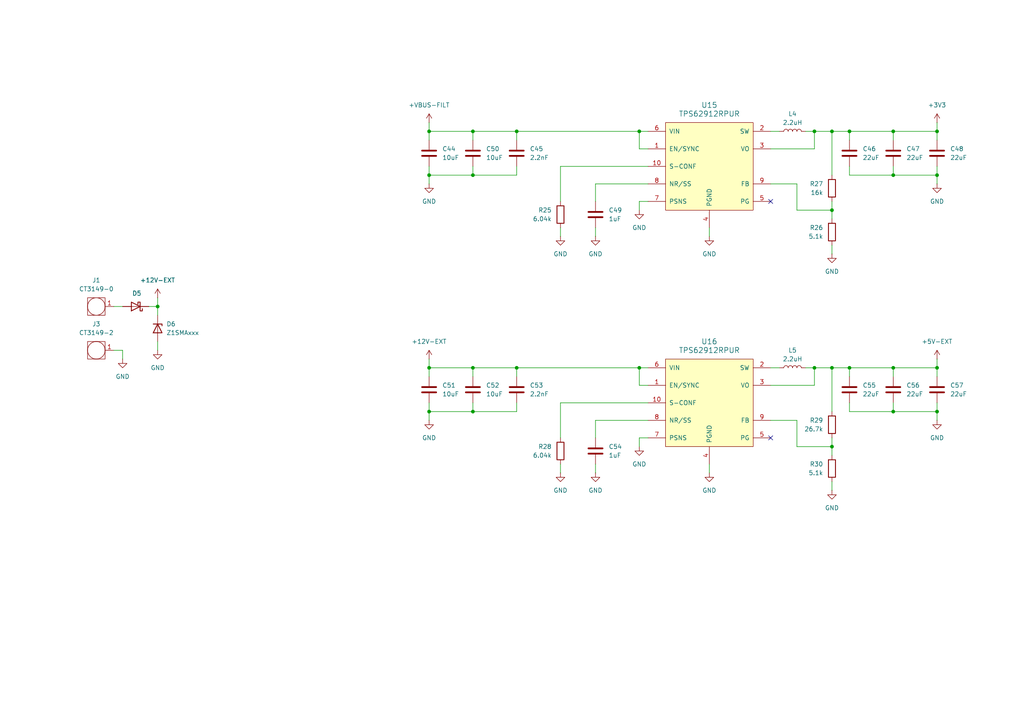
<source format=kicad_sch>
(kicad_sch (version 20231120) (generator "eeschema") (generator_version "8.0")
  (paper "A4")
  (lib_symbols
    (symbol "CT3149-2_1" (pin_names (offset 1.016))
      (property "Reference" "J" (at 0 0 0))
      (property "Value" "CT3149-2" (at 0 0 0))
      (symbol "CT3149-2_1_0_1"
        (rectangle (start 0 0) (end 5.08 5.08))
        (circle (center 2.54 2.54) (radius 2.54))
      )
      (symbol "CT3149-2_1_1_1"
        (pin passive line (at 7.62 2.54 180) (length 2.54) (name "") (number "1"))
      )
    )
    (symbol "Device:C" (pin_numbers hide) (pin_names (offset 0.254))
      (property "Reference" "C" (at 0.635 2.54 0))
      (property "Value" "C" (at 0.635 -2.54 0))
      (symbol "C_0_1"
        (polyline (pts (xy -2.032 -0.762) (xy 2.032 -0.762)) (stroke (width 0.508)))
        (polyline (pts (xy -2.032 0.762) (xy 2.032 0.762)) (stroke (width 0.508)))
      )
      (symbol "C_1_1"
        (pin passive line (at 0 3.81 270) (length 2.794) (name "~") (number "1"))
        (pin passive line (at 0 -3.81 90) (length 2.794) (name "~") (number "2"))
      )
    )
    (symbol "Device:D_Schottky" (pin_numbers hide) (pin_names (offset 1.016) hide)
      (property "Reference" "D" (at 0 2.54 0))
      (property "Value" "D_Schottky" (at 0 -2.54 0))
      (symbol "D_Schottky_0_1"
        (polyline (pts (xy 1.27 0) (xy -1.27 0)))
        (polyline (pts (xy 1.27 1.27) (xy 1.27 -1.27) (xy -1.27 0) (xy 1.27 1.27)) (stroke (width 0.254)))
        (polyline (pts (xy -1.905 0.635) (xy -1.905 1.27) (xy -1.27 1.27) (xy -1.27 -1.27) (xy -0.635 -1.27) (xy -0.635 -0.635)) (stroke (width 0.254)))
      )
      (symbol "D_Schottky_1_1"
        (pin passive line (at -3.81 0 0) (length 2.54) (name "K") (number "1"))
        (pin passive line (at 3.81 0 180) (length 2.54) (name "A") (number "2"))
      )
    )
    (symbol "Device:L" (pin_numbers hide) (pin_names (offset 1.016) hide)
      (property "Reference" "L" (at -1.27 0 90))
      (property "Value" "L" (at 1.905 0 90))
      (symbol "L_0_1"
        (arc (start 0 -2.54) (mid 0.6323 -1.905) (end 0 -1.27))
        (arc (start 0 -1.27) (mid 0.6323 -0.635) (end 0 0))
        (arc (start 0 0) (mid 0.6323 0.635) (end 0 1.27))
        (arc (start 0 1.27) (mid 0.6323 1.905) (end 0 2.54))
      )
      (symbol "L_1_1"
        (pin passive line (at 0 3.81 270) (length 1.27) (name "1") (number "1"))
        (pin passive line (at 0 -3.81 90) (length 1.27) (name "2") (number "2"))
      )
    )
    (symbol "Device:R" (pin_numbers hide) (pin_names (offset 0))
      (property "Reference" "R" (at 2.032 0 90))
      (property "Value" "R" (at 0 0 90))
      (symbol "R_0_1"
        (rectangle (start -1.016 -2.54) (end 1.016 2.54) (stroke (width 0.254)))
      )
      (symbol "R_1_1"
        (pin passive line (at 0 3.81 270) (length 1.27) (name "~") (number "1"))
        (pin passive line (at 0 -3.81 90) (length 1.27) (name "~") (number "2"))
      )
    )
    (symbol "Diode:Z1SMAxxx" (pin_numbers hide) (pin_names hide)
      (property "Reference" "D" (at 0 2.54 0))
      (property "Value" "Z1SMAxxx" (at 0 -2.54 0))
      (symbol "Z1SMAxxx_0_1"
        (polyline (pts (xy 1.27 0) (xy -1.27 0)))
        (polyline (pts (xy -1.27 -1.27) (xy -1.27 1.27) (xy -0.762 1.27)) (stroke (width 0.254)))
        (polyline (pts (xy 1.27 -1.27) (xy 1.27 1.27) (xy -1.27 0) (xy 1.27 -1.27)) (stroke (width 0.254)))
      )
      (symbol "Z1SMAxxx_1_1"
        (pin passive line (at -3.81 0 0) (length 2.54) (name "K") (number "1"))
        (pin passive line (at 3.81 0 180) (length 2.54) (name "A") (number "2"))
      )
    )
    (symbol "power:+5V" (power) (pin_numbers hide) (pin_names (offset 0) hide)
      (property "Value" "+5V" (at 0 3.556 0))
      (symbol "+5V_0_1"
        (polyline (pts (xy -0.762 1.27) (xy 0 2.54)))
        (polyline (pts (xy 0 0) (xy 0 2.54)))
        (polyline (pts (xy 0 2.54) (xy 0.762 1.27)))
      )
      (symbol "+5V_1_1"
        (pin power_in line (at 0 0 90) (length 0) (name "~") (number "1"))
      )
    )
    (symbol "power:GND" (power) (pin_numbers hide) (pin_names (offset 0) hide)
      (property "Value" "GND" (at 0 -3.81 0))
      (symbol "GND_0_1"
        (polyline (pts (xy 0 0) (xy 0 -1.27) (xy 1.27 -1.27) (xy 0 -2.54) (xy -1.27 -1.27) (xy 0 -1.27)))
      )
      (symbol "GND_1_1"
        (pin power_in line (at 0 0 270) (length 0) (name "~") (number "1"))
      )
    )
    (symbol "reck-connectors:CT3149-0" (pin_names (offset 1.016))
      (property "Reference" "J" (at 0 0 0))
      (property "Value" "CT3149-0" (at 0 0 0))
      (symbol "CT3149-0_0_1"
        (rectangle (start 0 0) (end 5.08 5.08))
        (circle (center 2.54 2.54) (radius 2.54))
      )
      (symbol "CT3149-0_1_1"
        (pin passive line (at 7.62 2.54 180) (length 2.54) (name "") (number "1"))
      )
    )
    (symbol "reck-ics:TPS62912RPUR" (pin_names (offset 1.016))
      (property "Reference" "U" (at 0 2.54 0))
      (property "Value" "TPS62912RPUR" (at -2.54 7.62 0))
      (symbol "TPS62912RPUR_0_1"
        (pin power_in line (at 17.78 -25.4 90) (length 5.08) (name "PGND") (number "4"))
        (pin power_in line (at 0 2.54 0) (length 5.08) (name "VIN") (number "6"))
      )
      (symbol "TPS62912RPUR_1_1"
        (rectangle (start 5.08 5.08) (end 30.48 -20.32) (fill (type background)))
        (pin input line (at 0 -2.54 0) (length 5.08) (name "EN/SYNC") (number "1"))
        (pin output line (at 0 -7.62 0) (length 5.08) (name "S-CONF") (number "10"))
        (pin bidirectional line (at 35.56 2.54 180) (length 5.08) (name "SW") (number "2"))
        (pin input line (at 35.56 -2.54 180) (length 5.08) (name "VO") (number "3"))
        (pin output line (at 35.56 -17.78 180) (length 5.08) (name "PG") (number "5"))
        (pin input line (at 0 -17.78 0) (length 5.08) (name "PSNS") (number "7"))
        (pin output line (at 0 -12.7 0) (length 5.08) (name "NR/SS") (number "8"))
        (pin input line (at 35.56 -12.7 180) (length 5.08) (name "FB") (number "9"))
      )
    )
  )
  (junction (at 124.46 50.8))
  (junction (at 137.16 50.8))
  (junction (at 236.22 38.1))
  (junction (at 124.46 119.38))
  (junction (at 259.08 119.38))
  (junction (at 236.22 106.68))
  (junction (at 259.08 50.8))
  (junction (at 45.72 88.9))
  (junction (at 259.08 38.1))
  (junction (at 271.78 38.1))
  (junction (at 259.08 106.68))
  (junction (at 271.78 106.68))
  (junction (at 124.46 38.1))
  (junction (at 149.86 106.68))
  (junction (at 246.38 106.68))
  (junction (at 241.3 38.1))
  (junction (at 124.46 106.68))
  (junction (at 137.16 119.38))
  (junction (at 246.38 38.1))
  (junction (at 271.78 50.8))
  (junction (at 271.78 119.38))
  (junction (at 185.42 106.68))
  (junction (at 241.3 129.54))
  (junction (at 149.86 38.1))
  (junction (at 241.3 60.96))
  (junction (at 137.16 106.68))
  (junction (at 137.16 38.1))
  (junction (at 241.3 106.68))
  (junction (at 185.42 38.1))
  (no_connect (at 223.52 58.42))
  (no_connect (at 223.52 127))
  (wire (pts (xy 241.3 58.42) (xy 241.3 60.96)))
  (wire (pts (xy 271.78 119.38) (xy 271.78 121.92)))
  (wire (pts (xy 172.72 121.92) (xy 187.96 121.92)))
  (wire (pts (xy 236.22 106.68) (xy 241.3 106.68)))
  (wire (pts (xy 241.3 139.7) (xy 241.3 142.24)))
  (wire (pts (xy 223.52 106.68) (xy 226.06 106.68)))
  (wire (pts (xy 271.78 104.14) (xy 271.78 106.68)))
  (wire (pts (xy 205.74 66.04) (xy 205.74 68.58)))
  (wire (pts (xy 124.46 50.8) (xy 124.46 53.34)))
  (wire (pts (xy 231.14 53.34) (xy 231.14 60.96)))
  (wire (pts (xy 124.46 38.1) (xy 137.16 38.1)))
  (wire (pts (xy 137.16 116.84) (xy 137.16 119.38)))
  (wire (pts (xy 162.56 116.84) (xy 187.96 116.84)))
  (wire (pts (xy 149.86 106.68) (xy 185.42 106.68)))
  (wire (pts (xy 124.46 109.22) (xy 124.46 106.68)))
  (wire (pts (xy 172.72 53.34) (xy 187.96 53.34)))
  (wire (pts (xy 172.72 127) (xy 172.72 121.92)))
  (wire (pts (xy 187.96 58.42) (xy 185.42 58.42)))
  (wire (pts (xy 162.56 66.04) (xy 162.56 68.58)))
  (wire (pts (xy 45.72 99.06) (xy 45.72 101.6)))
  (wire (pts (xy 162.56 127) (xy 162.56 116.84)))
  (wire (pts (xy 246.38 106.68) (xy 259.08 106.68)))
  (wire (pts (xy 241.3 38.1) (xy 241.3 50.8)))
  (wire (pts (xy 137.16 106.68) (xy 137.16 109.22)))
  (wire (pts (xy 241.3 60.96) (xy 241.3 63.5)))
  (wire (pts (xy 236.22 106.68) (xy 233.68 106.68)))
  (wire (pts (xy 43.18 88.9) (xy 45.72 88.9)))
  (wire (pts (xy 124.46 119.38) (xy 137.16 119.38)))
  (wire (pts (xy 271.78 109.22) (xy 271.78 106.68)))
  (wire (pts (xy 271.78 48.26) (xy 271.78 50.8)))
  (wire (pts (xy 137.16 106.68) (xy 149.86 106.68)))
  (wire (pts (xy 187.96 43.18) (xy 185.42 43.18)))
  (wire (pts (xy 187.96 127) (xy 185.42 127)))
  (wire (pts (xy 124.46 40.64) (xy 124.46 38.1)))
  (wire (pts (xy 149.86 50.8) (xy 149.86 48.26)))
  (wire (pts (xy 259.08 106.68) (xy 271.78 106.68)))
  (wire (pts (xy 185.42 58.42) (xy 185.42 60.96)))
  (wire (pts (xy 259.08 119.38) (xy 271.78 119.38)))
  (wire (pts (xy 124.46 35.56) (xy 124.46 38.1)))
  (wire (pts (xy 172.72 58.42) (xy 172.72 53.34)))
  (wire (pts (xy 231.14 129.54) (xy 241.3 129.54)))
  (wire (pts (xy 185.42 127) (xy 185.42 129.54)))
  (wire (pts (xy 149.86 38.1) (xy 149.86 40.64)))
  (wire (pts (xy 149.86 106.68) (xy 149.86 109.22)))
  (wire (pts (xy 231.14 121.92) (xy 231.14 129.54)))
  (wire (pts (xy 149.86 38.1) (xy 185.42 38.1)))
  (wire (pts (xy 241.3 106.68) (xy 246.38 106.68)))
  (wire (pts (xy 137.16 48.26) (xy 137.16 50.8)))
  (wire (pts (xy 271.78 50.8) (xy 271.78 53.34)))
  (wire (pts (xy 162.56 58.42) (xy 162.56 48.26)))
  (wire (pts (xy 241.3 127) (xy 241.3 129.54)))
  (wire (pts (xy 236.22 111.76) (xy 236.22 106.68)))
  (wire (pts (xy 137.16 38.1) (xy 149.86 38.1)))
  (wire (pts (xy 259.08 38.1) (xy 259.08 40.64)))
  (wire (pts (xy 241.3 38.1) (xy 246.38 38.1)))
  (wire (pts (xy 241.3 71.12) (xy 241.3 73.66)))
  (wire (pts (xy 185.42 38.1) (xy 187.96 38.1)))
  (wire (pts (xy 124.46 116.84) (xy 124.46 119.38)))
  (wire (pts (xy 33.02 88.9) (xy 35.56 88.9)))
  (wire (pts (xy 223.52 38.1) (xy 226.06 38.1)))
  (wire (pts (xy 271.78 40.64) (xy 271.78 38.1)))
  (wire (pts (xy 172.72 134.62) (xy 172.72 137.16)))
  (wire (pts (xy 246.38 119.38) (xy 259.08 119.38)))
  (wire (pts (xy 236.22 38.1) (xy 233.68 38.1)))
  (wire (pts (xy 241.3 129.54) (xy 241.3 132.08)))
  (wire (pts (xy 187.96 111.76) (xy 185.42 111.76)))
  (wire (pts (xy 223.52 111.76) (xy 236.22 111.76)))
  (wire (pts (xy 259.08 50.8) (xy 271.78 50.8)))
  (wire (pts (xy 236.22 38.1) (xy 241.3 38.1)))
  (wire (pts (xy 246.38 40.64) (xy 246.38 38.1)))
  (wire (pts (xy 137.16 50.8) (xy 149.86 50.8)))
  (wire (pts (xy 246.38 38.1) (xy 259.08 38.1)))
  (wire (pts (xy 124.46 50.8) (xy 137.16 50.8)))
  (wire (pts (xy 205.74 134.62) (xy 205.74 137.16)))
  (wire (pts (xy 172.72 66.04) (xy 172.72 68.58)))
  (wire (pts (xy 185.42 106.68) (xy 187.96 106.68)))
  (wire (pts (xy 137.16 38.1) (xy 137.16 40.64)))
  (wire (pts (xy 45.72 86.36) (xy 45.72 88.9)))
  (wire (pts (xy 241.3 106.68) (xy 241.3 119.38)))
  (wire (pts (xy 149.86 119.38) (xy 149.86 116.84)))
  (wire (pts (xy 124.46 119.38) (xy 124.46 121.92)))
  (wire (pts (xy 223.52 53.34) (xy 231.14 53.34)))
  (wire (pts (xy 271.78 35.56) (xy 271.78 38.1)))
  (wire (pts (xy 124.46 106.68) (xy 137.16 106.68)))
  (wire (pts (xy 271.78 116.84) (xy 271.78 119.38)))
  (wire (pts (xy 162.56 48.26) (xy 187.96 48.26)))
  (wire (pts (xy 223.52 43.18) (xy 236.22 43.18)))
  (wire (pts (xy 162.56 134.62) (xy 162.56 137.16)))
  (wire (pts (xy 259.08 38.1) (xy 271.78 38.1)))
  (wire (pts (xy 236.22 43.18) (xy 236.22 38.1)))
  (wire (pts (xy 246.38 48.26) (xy 246.38 50.8)))
  (wire (pts (xy 231.14 60.96) (xy 241.3 60.96)))
  (wire (pts (xy 223.52 121.92) (xy 231.14 121.92)))
  (wire (pts (xy 185.42 38.1) (xy 185.42 43.18)))
  (wire (pts (xy 33.02 101.6) (xy 35.56 101.6)))
  (wire (pts (xy 35.56 101.6) (xy 35.56 104.14)))
  (wire (pts (xy 185.42 106.68) (xy 185.42 111.76)))
  (wire (pts (xy 246.38 116.84) (xy 246.38 119.38)))
  (wire (pts (xy 124.46 104.14) (xy 124.46 106.68)))
  (wire (pts (xy 45.72 88.9) (xy 45.72 91.44)))
  (wire (pts (xy 246.38 109.22) (xy 246.38 106.68)))
  (wire (pts (xy 259.08 48.26) (xy 259.08 50.8)))
  (wire (pts (xy 124.46 48.26) (xy 124.46 50.8)))
  (wire (pts (xy 246.38 50.8) (xy 259.08 50.8)))
  (wire (pts (xy 137.16 119.38) (xy 149.86 119.38)))
  (wire (pts (xy 259.08 116.84) (xy 259.08 119.38)))
  (wire (pts (xy 259.08 106.68) (xy 259.08 109.22)))
  (symbol (lib_id "power:+5V") (at 45.72 86.36 0) (unit 1)
    (property "Reference" "#PWR012" (effects (hide yes)))
    (property "Value" "+12V-EXT" (at 45.72 81.28 0))
    (property "Description" "Power symbol creates a global label with name \"+5V\"" (effects (hide yes)))
  )
  (symbol (lib_id "Device:R") (at 241.3 135.89 0) (mirror y) (unit 1)
    (property "Reference" "R30" (at 238.76 134.6199 0) (effects (justify left)))
    (property "Value" "5.1k" (at 238.76 137.1599 0) (effects (justify left)))
    (property "Description" "Resistor" (effects (hide yes)))
  )
  (symbol (lib_id "Device:R") (at 241.3 123.19 0) (mirror y) (unit 1)
    (property "Reference" "R29" (at 238.76 121.9199 0) (effects (justify left)))
    (property "Value" "26.7k" (at 238.76 124.4599 0) (effects (justify left)))
    (property "Description" "Resistor" (effects (hide yes)))
  )
  (symbol (lib_id "Device:C") (at 271.78 113.03 0) (unit 1)
    (property "Reference" "C57" (at 275.59 111.7599 0) (effects (justify left)))
    (property "Value" "22uF" (at 275.59 114.2999 0) (effects (justify left)))
    (property "Description" "Unpolarized capacitor" (effects (hide yes)))
  )
  (symbol (lib_id "Device:C") (at 246.38 113.03 0) (unit 1)
    (property "Reference" "C55" (at 250.19 111.7599 0) (effects (justify left)))
    (property "Value" "22uF" (at 250.19 114.2999 0) (effects (justify left)))
    (property "Description" "Unpolarized capacitor" (effects (hide yes)))
  )
  (symbol (lib_id "Device:C") (at 271.78 44.45 0) (unit 1)
    (property "Reference" "C48" (at 275.59 43.1799 0) (effects (justify left)))
    (property "Value" "22uF" (at 275.59 45.7199 0) (effects (justify left)))
    (property "Description" "Unpolarized capacitor" (effects (hide yes)))
  )
  (symbol (lib_id "power:+5V") (at 271.78 104.14 0) (unit 1)
    (property "Reference" "#PWR0114" (effects (hide yes)))
    (property "Value" "+5V-EXT" (at 271.78 99.06 0))
    (property "Description" "Power symbol creates a global label with name \"+5V\"" (effects (hide yes)))
  )
  (symbol (lib_id "Device:C") (at 124.46 44.45 0) (unit 1)
    (property "Reference" "C44" (at 128.27 43.1799 0) (effects (justify left)))
    (property "Value" "10uF" (at 128.27 45.7199 0) (effects (justify left)))
    (property "Description" "Unpolarized capacitor" (effects (hide yes)))
  )
  (symbol (lib_id "power:GND") (at 172.72 137.16 0) (unit 1)
    (property "Reference" "#PWR0107" (effects (hide yes)))
    (property "Value" "GND" (at 172.72 142.24 0))
    (property "Description" "Power symbol creates a global label with name \"GND\" , ground" (effects (hide yes)))
  )
  (symbol (lib_id "power:+5V") (at 124.46 104.14 0) (unit 1)
    (property "Reference" "#PWR0115" (effects (hide yes)))
    (property "Value" "+12V-EXT" (at 124.46 99.06 0))
    (property "Description" "Power symbol creates a global label with name \"+5V\"" (effects (hide yes)))
  )
  (symbol (lib_id "Device:C") (at 149.86 113.03 0) (unit 1)
    (property "Reference" "C53" (at 153.67 111.7599 0) (effects (justify left)))
    (property "Value" "2.2nF" (at 153.67 114.2999 0) (effects (justify left)))
    (property "Description" "Unpolarized capacitor" (effects (hide yes)))
  )
  (symbol (lib_id "power:GND") (at 162.56 68.58 0) (unit 1)
    (property "Reference" "#PWR0103" (effects (hide yes)))
    (property "Value" "GND" (at 162.56 73.66 0))
    (property "Description" "Power symbol creates a global label with name \"GND\" , ground" (effects (hide yes)))
  )
  (symbol (lib_id "power:+5V") (at 124.46 35.56 0) (unit 1)
    (property "Reference" "#PWR0112" (effects (hide yes)))
    (property "Value" "+VBUS-FILT" (at 124.46 30.48 0))
    (property "Description" "Power symbol creates a global label with name \"+5V\"" (effects (hide yes)))
  )
  (symbol (lib_id "power:GND") (at 271.78 53.34 0) (unit 1)
    (property "Reference" "#PWR099" (effects (hide yes)))
    (property "Value" "GND" (at 271.78 58.42 0))
    (property "Description" "Power symbol creates a global label with name \"GND\" , ground" (effects (hide yes)))
  )
  (symbol (lib_id "Device:R") (at 241.3 67.31 0) (mirror y) (unit 1)
    (property "Reference" "R26" (at 238.76 66.0399 0) (effects (justify left)))
    (property "Value" "5.1k" (at 238.76 68.5799 0) (effects (justify left)))
    (property "Description" "Resistor" (effects (hide yes)))
  )
  (symbol (lib_id "Device:R") (at 162.56 130.81 0) (mirror y) (unit 1)
    (property "Reference" "R28" (at 160.02 129.5399 0) (effects (justify left)))
    (property "Value" "6.04k" (at 160.02 132.0799 0) (effects (justify left)))
    (property "Description" "Resistor" (effects (hide yes)))
  )
  (symbol (lib_id "power:+5V") (at 271.78 35.56 0) (unit 1)
    (property "Reference" "#PWR0113" (effects (hide yes)))
    (property "Value" "+3V3" (at 271.78 30.48 0))
    (property "Description" "Power symbol creates a global label with name \"+5V\"" (effects (hide yes)))
  )
  (symbol (lib_id "Device:R") (at 241.3 54.61 0) (mirror y) (unit 1)
    (property "Reference" "R27" (at 238.76 53.3399 0) (effects (justify left)))
    (property "Value" "16k" (at 238.76 55.8799 0) (effects (justify left)))
    (property "Description" "Resistor" (effects (hide yes)))
  )
  (symbol (lib_id "Device:R") (at 162.56 62.23 0) (mirror y) (unit 1)
    (property "Reference" "R25" (at 160.02 60.9599 0) (effects (justify left)))
    (property "Value" "6.04k" (at 160.02 63.4999 0) (effects (justify left)))
    (property "Description" "Resistor" (effects (hide yes)))
  )
  (symbol (lib_id "power:GND") (at 35.56 104.14 0) (unit 1)
    (property "Reference" "#PWR03" (effects (hide yes)))
    (property "Value" "GND" (at 35.56 109.22 0))
    (property "Description" "Power symbol creates a global label with name \"GND\" , ground" (effects (hide yes)))
  )
  (symbol (lib_id "reck-connectors:CT3149-0") (at 25.4 91.44 0) (unit 1)
    (property "Reference" "J1" (at 27.94 81.28 0))
    (property "Value" "CT3149-0" (at 27.94 83.82 0))
    (property "Footprint" "reck-connectors:CT3149" (effects (hide yes)))
  )
  (symbol (lib_id "power:GND") (at 172.72 68.58 0) (unit 1)
    (property "Reference" "#PWR0102" (effects (hide yes)))
    (property "Value" "GND" (at 172.72 73.66 0))
    (property "Description" "Power symbol creates a global label with name \"GND\" , ground" (effects (hide yes)))
  )
  (symbol (lib_id "Device:C") (at 137.16 113.03 0) (unit 1)
    (property "Reference" "C52" (at 140.97 111.7599 0) (effects (justify left)))
    (property "Value" "10uF" (at 140.97 114.2999 0) (effects (justify left)))
    (property "Description" "Unpolarized capacitor" (effects (hide yes)))
  )
  (symbol (lib_id "Device:D_Schottky") (at 39.37 88.9 180) (unit 1)
    (property "Reference" "D5" (at 39.6875 85.09 0))
    (property "Value" "D_Schottky" (effects (hide yes)))
    (property "Description" "Schottky diode" (effects (hide yes)))
  )
  (symbol (lib_id "reck-ics:TPS62912RPUR") (at 187.96 109.22 0) (unit 1)
    (property "Reference" "U16" (at 205.74 99.06 0) (effects (font (size 1.524 1.524))))
    (property "Value" "TPS62912RPUR" (at 205.74 101.6 0) (effects (font (size 1.524 1.524))))
    (property "Footprint" "reck-ics:VQFN-HR-10_2x2mm" (effects (hide yes)))
    (property "Datasheet" "TPS62912RPUR" (effects (hide yes)))
  )
  (symbol (lib_id "power:GND") (at 241.3 142.24 0) (unit 1)
    (property "Reference" "#PWR0110" (effects (hide yes)))
    (property "Value" "GND" (at 241.3 147.32 0))
    (property "Description" "Power symbol creates a global label with name \"GND\" , ground" (effects (hide yes)))
  )
  (symbol (lib_id "Diode:Z1SMAxxx") (at 45.72 95.25 270) (unit 1)
    (property "Reference" "D6" (at 48.26 93.9799 90) (effects (justify left)))
    (property "Value" "Z1SMAxxx" (at 48.26 96.5199 90) (effects (justify left)))
    (property "Footprint" "Diode_SMD:D_MiniMELF" (effects (hide yes)))
    (property "Datasheet" "https://diotec.com/tl_files/diotec/files/pdf/datasheets/z1sma1.pdf" (effects (hide yes)))
    (property "Description" "1000mW Zener Diode, SMA(DO-214AC)" (effects (hide yes)))
  )
  (symbol (lib_id "Device:L") (at 229.87 38.1 90) (unit 1)
    (property "Reference" "L4" (at 229.87 33.02 90))
    (property "Value" "2.2uH" (at 229.87 35.56 90))
    (property "Description" "Inductor" (effects (hide yes)))
  )
  (symbol (lib_id "Device:C") (at 149.86 44.45 0) (unit 1)
    (property "Reference" "C45" (at 153.67 43.1799 0) (effects (justify left)))
    (property "Value" "2.2nF" (at 153.67 45.7199 0) (effects (justify left)))
    (property "Description" "Unpolarized capacitor" (effects (hide yes)))
  )
  (symbol (lib_id "Device:C") (at 172.72 130.81 0) (unit 1)
    (property "Reference" "C54" (at 176.53 129.5399 0) (effects (justify left)))
    (property "Value" "1uF" (at 176.53 132.0799 0) (effects (justify left)))
    (property "Description" "Unpolarized capacitor" (effects (hide yes)))
  )
  (symbol (lib_id "Device:C") (at 124.46 113.03 0) (unit 1)
    (property "Reference" "C51" (at 128.27 111.7599 0) (effects (justify left)))
    (property "Value" "10uF" (at 128.27 114.2999 0) (effects (justify left)))
    (property "Description" "Unpolarized capacitor" (effects (hide yes)))
  )
  (symbol (lib_id "reck-ics:TPS62912RPUR") (at 187.96 40.64 0) (unit 1)
    (property "Reference" "U15" (at 205.74 30.48 0) (effects (font (size 1.524 1.524))))
    (property "Value" "TPS62912RPUR" (at 205.74 33.02 0) (effects (font (size 1.524 1.524))))
    (property "Footprint" "reck-ics:VQFN-HR-10_2x2mm" (effects (hide yes)))
    (property "Datasheet" "TPS62912RPUR" (effects (hide yes)))
  )
  (symbol (lib_id "power:GND") (at 124.46 53.34 0) (unit 1)
    (property "Reference" "#PWR098" (effects (hide yes)))
    (property "Value" "GND" (at 124.46 58.42 0))
    (property "Description" "Power symbol creates a global label with name \"GND\" , ground" (effects (hide yes)))
  )
  (symbol (lib_id "Device:C") (at 259.08 44.45 0) (unit 1)
    (property "Reference" "C47" (at 262.89 43.1799 0) (effects (justify left)))
    (property "Value" "22uF" (at 262.89 45.7199 0) (effects (justify left)))
    (property "Description" "Unpolarized capacitor" (effects (hide yes)))
  )
  (symbol (lib_id "Device:L") (at 229.87 106.68 90) (unit 1)
    (property "Reference" "L5" (at 229.87 101.6 90))
    (property "Value" "2.2uH" (at 229.87 104.14 90))
    (property "Description" "Inductor" (effects (hide yes)))
  )
  (symbol (lib_id "power:GND") (at 185.42 60.96 0) (unit 1)
    (property "Reference" "#PWR0101" (effects (hide yes)))
    (property "Value" "GND" (at 185.42 66.04 0))
    (property "Description" "Power symbol creates a global label with name \"GND\" , ground" (effects (hide yes)))
  )
  (symbol (lib_id "power:GND") (at 241.3 73.66 0) (unit 1)
    (property "Reference" "#PWR0104" (effects (hide yes)))
    (property "Value" "GND" (at 241.3 78.74 0))
    (property "Description" "Power symbol creates a global label with name \"GND\" , ground" (effects (hide yes)))
  )
  (symbol (lib_id "power:GND") (at 185.42 129.54 0) (unit 1)
    (property "Reference" "#PWR0108" (effects (hide yes)))
    (property "Value" "GND" (at 185.42 134.62 0))
    (property "Description" "Power symbol creates a global label with name \"GND\" , ground" (effects (hide yes)))
  )
  (symbol (lib_id "power:GND") (at 205.74 68.58 0) (unit 1)
    (property "Reference" "#PWR0100" (effects (hide yes)))
    (property "Value" "GND" (at 205.74 73.66 0))
    (property "Description" "Power symbol creates a global label with name \"GND\" , ground" (effects (hide yes)))
  )
  (symbol (lib_name "CT3149-2_1") (lib_id "reck-connectors:CT3149-2") (at 25.4 104.14 0) (unit 1)
    (property "Reference" "J3" (at 27.94 93.98 0))
    (property "Value" "CT3149-2" (at 27.94 96.52 0))
    (property "Footprint" "reck-connectors:CT3149" (effects (hide yes)))
  )
  (symbol (lib_id "power:GND") (at 45.72 101.6 0) (unit 1)
    (property "Reference" "#PWR013" (effects (hide yes)))
    (property "Value" "GND" (at 45.72 106.68 0))
    (property "Description" "Power symbol creates a global label with name \"GND\" , ground" (effects (hide yes)))
  )
  (symbol (lib_id "Device:C") (at 259.08 113.03 0) (unit 1)
    (property "Reference" "C56" (at 262.89 111.7599 0) (effects (justify left)))
    (property "Value" "22uF" (at 262.89 114.2999 0) (effects (justify left)))
    (property "Description" "Unpolarized capacitor" (effects (hide yes)))
  )
  (symbol (lib_id "Device:C") (at 172.72 62.23 0) (unit 1)
    (property "Reference" "C49" (at 176.53 60.9599 0) (effects (justify left)))
    (property "Value" "1uF" (at 176.53 63.4999 0) (effects (justify left)))
    (property "Description" "Unpolarized capacitor" (effects (hide yes)))
  )
  (symbol (lib_id "Device:C") (at 246.38 44.45 0) (unit 1)
    (property "Reference" "C46" (at 250.19 43.1799 0) (effects (justify left)))
    (property "Value" "22uF" (at 250.19 45.7199 0) (effects (justify left)))
    (property "Description" "Unpolarized capacitor" (effects (hide yes)))
  )
  (symbol (lib_id "power:GND") (at 124.46 121.92 0) (unit 1)
    (property "Reference" "#PWR0105" (effects (hide yes)))
    (property "Value" "GND" (at 124.46 127 0))
    (property "Description" "Power symbol creates a global label with name \"GND\" , ground" (effects (hide yes)))
  )
  (symbol (lib_id "Device:C") (at 137.16 44.45 0) (unit 1)
    (property "Reference" "C50" (at 140.97 43.1799 0) (effects (justify left)))
    (property "Value" "10uF" (at 140.97 45.7199 0) (effects (justify left)))
    (property "Description" "Unpolarized capacitor" (effects (hide yes)))
  )
  (symbol (lib_id "power:GND") (at 162.56 137.16 0) (unit 1)
    (property "Reference" "#PWR0106" (effects (hide yes)))
    (property "Value" "GND" (at 162.56 142.24 0))
    (property "Description" "Power symbol creates a global label with name \"GND\" , ground" (effects (hide yes)))
  )
  (symbol (lib_id "power:GND") (at 271.78 121.92 0) (unit 1)
    (property "Reference" "#PWR0111" (effects (hide yes)))
    (property "Value" "GND" (at 271.78 127 0))
    (property "Description" "Power symbol creates a global label with name \"GND\" , ground" (effects (hide yes)))
  )
  (symbol (lib_id "power:GND") (at 205.74 137.16 0) (unit 1)
    (property "Reference" "#PWR0109" (effects (hide yes)))
    (property "Value" "GND" (at 205.74 142.24 0))
    (property "Description" "Power symbol creates a global label with name \"GND\" , ground" (effects (hide yes)))
  )
)
</source>
